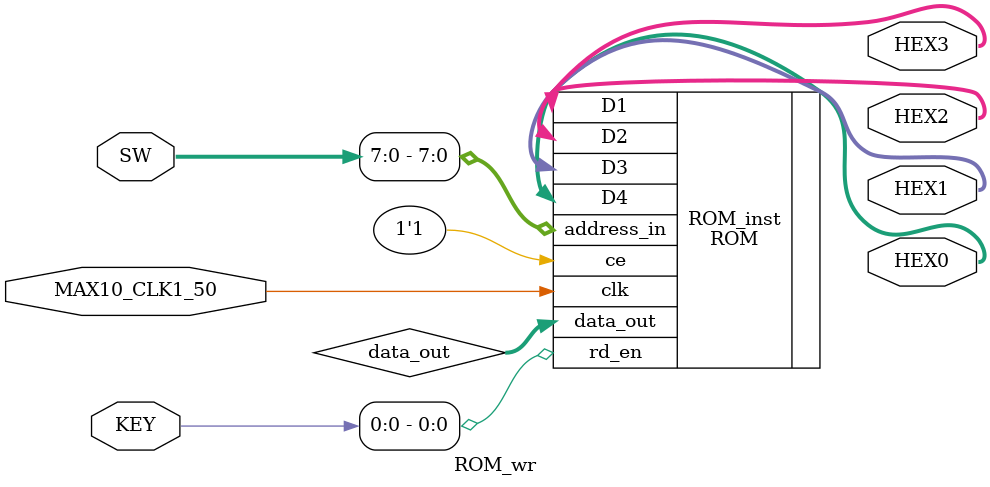
<source format=v>
module ROM_wr #(parameter DATA_WIDTH = 16, ADDRESS_WIDTH = 8)(
    input MAX10_CLK1_50,
    input [1:0] KEY,
    input [9:0] SW,
    output [6:0] HEX0, HEX1, HEX2, HEX3
);

    wire [DATA_WIDTH-1:0] data_out;

    ROM #(.DATA_WIDTH(DATA_WIDTH), .ADDRESS_WIDTH(ADDRESS_WIDTH)) ROM_inst (
        .clk(MAX10_CLK1_50),
        .ce(1'b1),
        .rd_en(KEY[0]),
        .address_in(SW[ADDRESS_WIDTH-1:0]),
        .data_out(data_out),
        .D1(HEX3),
        .D2(HEX2),
        .D3(HEX1),
        .D4(HEX0)
    );

endmodule
</source>
